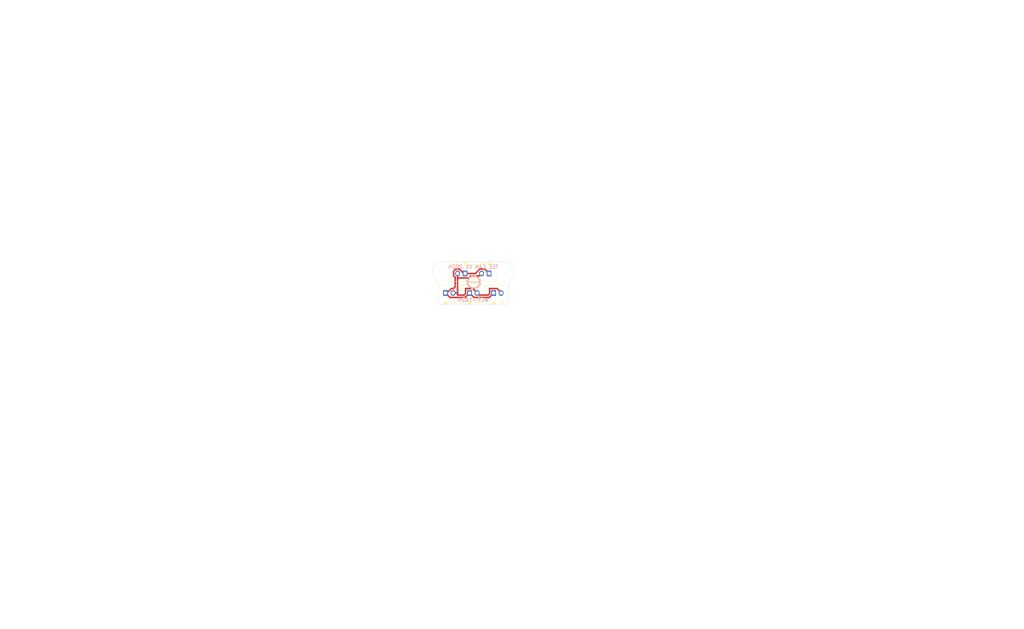
<source format=kicad_pcb>
(kicad_pcb (version 20240108) (generator "pcbnew") (generator_version "8.0")
  (title_block (title "TEE CAN (WCP-1824)") (date "2024-12-14") (rev "1"))
  (layers (0 "F.Cu" signal) (31 "B.Cu" signal) (34 "B.Paste" user) (35 "F.Paste" user) (36 "B.SilkS" user "B.Silkscreen") (37 "F.SilkS" user "F.Silkscreen") (38 "B.Mask" user) (39 "F.Mask" user) (44 "Edge.Cuts" user))
  (net 0 "")
  (net 1 "/CAN_L")
  (net 2 "/CAN_H")
  (footprint "TEE-CAN:70543-0001" (layer "F.Cu") (at 214.63 130.302 180)
    (property "Reference" "J5" (at 2.54 3.175 180) (layer "F.SilkS"))
    (property "Value" "CAN")
    (fp_line (start 5.08 4) (end 5.08 2.109879) (stroke (width 0.12)) (layer "F.SilkS"))
    (fp_line (start 5.08 -0.585879) (end 5.08 -2.667) (stroke (width 0.12)) (layer "F.SilkS"))
    (fp_line (start 5.08 -2.667) (end -2.54 -2.667) (stroke (width 0.12)) (layer "F.SilkS"))
    (fp_line (start -2.54 2.109879) (end -2.54 4) (stroke (width 0.12)) (layer "F.SilkS"))
    (fp_line (start -2.54 -2.667) (end -2.54 -0.585879) (stroke (width 0.12)) (layer "F.SilkS"))
    (fp_poly (pts (xy 0.762 3.683) (xy -0.762 3.683) (xy 0 2.921)) (stroke (width 0.2)) (fill solid) (layer "F.SilkS"))
    (pad "1" thru_hole rect (at 0 0 180) (size 1.6002 1.905) (drill 1.0922) (layers "*.Cu" "*.Mask") (net 1 "/CAN_L"))
    (pad "2" thru_hole oval (at 2.54 0 180) (size 1.6002 1.905) (drill 1.0922) (layers "*.Cu" "*.Mask") (net 2 "/CAN_H"))
  )
  (footprint "MountingHole:MountingHole_3.2mm_M3" (layer "F.Cu") (at 198.607847 129.643)
    (property "Reference" "H1" (hide yes))
    (property "Value" "MountingHole")
    (pad "" np_thru_hole circle (at 0 0) (size 3 3) (drill 3) (layers "F&B.Cu" "*.Mask"))
  )
  (footprint "TEE-CAN:70543-0001" (layer "F.Cu") (at 206.502 130.302 180)
    (property "Reference" "J4" (at 2.54 3.175 180) (layer "F.SilkS"))
    (property "Value" "CAN")
    (fp_line (start 5.08 4) (end 5.08 2.109879) (stroke (width 0.12)) (layer "F.SilkS"))
    (fp_line (start 5.08 -0.585879) (end 5.08 -2.667) (stroke (width 0.12)) (layer "F.SilkS"))
    (fp_line (start 5.08 -2.667) (end -2.54 -2.667) (stroke (width 0.12)) (layer "F.SilkS"))
    (fp_line (start -2.54 2.109879) (end -2.54 4) (stroke (width 0.12)) (layer "F.SilkS"))
    (fp_line (start -2.54 -2.667) (end -2.54 -0.585879) (stroke (width 0.12)) (layer "F.SilkS"))
    (fp_poly (pts (xy 0.762 3.683) (xy -0.762 3.683) (xy 0 2.921)) (stroke (width 0.2)) (fill solid) (layer "F.SilkS"))
    (pad "1" thru_hole rect (at 0 0 180) (size 1.6002 1.905) (drill 1.0922) (layers "*.Cu" "*.Mask") (net 1 "/CAN_L"))
    (pad "2" thru_hole oval (at 2.54 0 180) (size 1.6002 1.905) (drill 1.0922) (layers "*.Cu" "*.Mask") (net 2 "/CAN_H"))
  )
  (footprint "TEE-CAN:70543-0001" (layer "F.Cu") (at 208.026 136.906)
    (property "Reference" "J2" (at 2.54 3.175 0) (layer "F.SilkS"))
    (property "Value" "CAN")
    (fp_line (start -2.54 -2.667) (end -2.54 -0.585879) (stroke (width 0.12)) (layer "F.SilkS"))
    (fp_line (start -2.54 2.109879) (end -2.54 4) (stroke (width 0.12)) (layer "F.SilkS"))
    (fp_line (start 5.08 -2.667) (end -2.54 -2.667) (stroke (width 0.12)) (layer "F.SilkS"))
    (fp_line (start 5.08 -0.585879) (end 5.08 -2.667) (stroke (width 0.12)) (layer "F.SilkS"))
    (fp_line (start 5.08 4) (end 5.08 2.109879) (stroke (width 0.12)) (layer "F.SilkS"))
    (fp_poly (pts (xy 0.762 3.683) (xy -0.762 3.683) (xy 0 2.921)) (stroke (width 0.2)) (fill solid) (layer "F.SilkS"))
    (pad "1" thru_hole rect (at 0 0) (size 1.6002 1.905) (drill 1.0922) (layers "*.Cu" "*.Mask") (net 1 "/CAN_L"))
    (pad "2" thru_hole oval (at 2.54 0) (size 1.6002 1.905) (drill 1.0922) (layers "*.Cu" "*.Mask") (net 2 "/CAN_H"))
  )
  (footprint "TEE-CAN:70543-0001" (layer "F.Cu") (at 199.898 136.906)
    (property "Reference" "J1" (at 2.54 3.175 0) (layer "F.SilkS"))
    (property "Value" "CAN")
    (fp_line (start 5.08 -2.667) (end -2.54 -2.667) (stroke (width 0.12)) (layer "F.SilkS"))
    (fp_line (start 5.08 -0.585879) (end 5.08 -2.667) (stroke (width 0.12)) (layer "F.SilkS"))
    (fp_line (start 5.08 4) (end 5.08 2.109879) (stroke (width 0.12)) (layer "F.SilkS"))
    (fp_poly (pts (xy 0.762 3.683) (xy -0.762 3.683) (xy 0 2.921)) (stroke (width 0.2)) (fill solid) (layer "F.SilkS"))
    (pad "1" thru_hole rect (at 0 0) (size 1.6002 1.905) (drill 1.0922) (layers "*.Cu" "*.Mask") (net 1 "/CAN_L"))
    (pad "2" thru_hole oval (at 2.54 0) (size 1.6002 1.905) (drill 1.0922) (layers "*.Cu" "*.Mask") (net 2 "/CAN_H"))
  )
  (footprint "TEE-CAN:70543-0001" (layer "F.Cu") (at 216.154 136.906)
    (property "Reference" "J3" (at 2.54 3.175 0) (layer "F.SilkS"))
    (property "Value" "CAN")
    (fp_line (start -2.54 -2.667) (end -2.54 -0.585879) (stroke (width 0.12)) (layer "F.SilkS"))
    (fp_line (start -2.54 2.109879) (end -2.54 4) (stroke (width 0.12)) (layer "F.SilkS"))
    (fp_line (start 5.08 -2.667) (end -2.54 -2.667) (stroke (width 0.12)) (layer "F.SilkS"))
    (fp_poly (pts (xy 0.762 3.683) (xy -0.762 3.683) (xy 0 2.921)) (stroke (width 0.2)) (fill solid) (layer "F.SilkS"))
    (pad "1" thru_hole rect (at 0 0) (size 1.6002 1.905) (drill 1.0922) (layers "*.Cu" "*.Mask") (net 1 "/CAN_L"))
    (pad "2" thru_hole oval (at 2.54 0) (size 1.6002 1.905) (drill 1.0922) (layers "*.Cu" "*.Mask") (net 2 "/CAN_H"))
  )
  (footprint "MountingHole:MountingHole_3.2mm_M3" (layer "F.Cu") (at 220.002153 129.643)
    (property "Reference" "H2" (hide yes))
    (property "Value" "MountingHole")
    (pad "" np_thru_hole circle (at 0 0) (size 3 3) (drill 3) (layers "F&B.Cu" "*.Mask"))
  )
  (footprint "Logos:WCP-Logo_200" (layer "B.Cu") (at 209.423 133.223 180)
    (property "Reference" "G***" (hide yes))
    (property "Value" "LOGO" (hide yes))
    (fp_poly (pts (xy 0.893728 0.306822) (xy 0.93743 0.306639) (xy 0.986213 0.306364) (xy 1.039229 0.306) (xy 1.095633 0.305549) (xy 1.12268 0.305312) (xy 1.4605 0.30226) (xy 1.483134 0.28956) (xy 1.500108 0.277269) (xy 1.516215 0.261264) (xy 1.521234 0.254847) (xy 1.5367 0.232833) (xy 1.538343 0.102447) (xy 1.538786 0.058053) (xy 1.538755 0.022517) (xy 1.538068 -0.00546) (xy 1.536546 -0.027176) (xy 1.534009 -0.04393) (xy 1.530275 -0.057019) (xy 1.525164 -0.067743) (xy 1.518497 -0.077399) (xy 1.51234 -0.084751) (xy 1.504962 -0.09304) (xy 1.497983 -0.100051) (xy 1.490515 -0.10591) (xy 1.48167 -0.110741) (xy 1.470558 -0.114669) (xy 1.45629 -0.117818) (xy 1.437978 -0.120313) (xy 1.414733 -0.12228) (xy 1.385665 -0.123842) (xy 1.349886 -0.125126) (xy 1.306508 -0.126254) (xy 1.25464 -0.127353) (xy 1.20142 -0.128391) (xy 1.152112 -0.12939) (xy 1.10595 -0.130414) (xy 1.063917 -0.131435) (xy 1.026997 -0.132424) (xy 0.996175 -0.133353) (xy 0.972436 -0.134195) (xy 0.956763 -0.134921) (xy 0.950142 -0.135504) (xy 0.95 -0.135565) (xy 0.949189 -0.141085) (xy 0.948226 -0.155363) (xy 0.947172 -0.177002) (xy 0.946091 -0.2046) (xy 0.945044 -0.23676) (xy 0.944294 -0.263985) (xy 0.943275 -0.298946) (xy 0.942104 -0.330639) (xy 0.940855 -0.357615) (xy 0.9396 -0.378428) (xy 0.938414 -0.39163) (xy 0.937604 -0.395682) (xy 0.93165 -0.397542) (xy 0.917729 -0.399084) (xy 0.898033 -0.400276) (xy 0.874752 -0.401086) (xy 0.850076 -0.401484) (xy 0.826195 -0.401437) (xy 0.805299 -0.400915) (xy 0.789579 -0.399886) (xy 0.781225 -0.398318) (xy 0.780626 -0.397933) (xy 0.779967 -0.392339) (xy 0.779382 -0.377618) (xy 0.778871 -0.354773) (xy 0.778433 -0.324804) (xy 0.778067 -0.288715) (xy 0.777774 -0.247506) (xy 0.777551 -0.20218) (xy 0.7774 -0.153739) (xy 0.777318 -0.103184) (xy 0.777306 -0.051517) (xy 0.777363 0.000259) (xy 0.777489 0.051143) (xy 0.777678 0.099476) (xy 0.94488 0.099476) (xy 0.945072 0.071773) (xy 0.945604 0.04729) (xy 0.946404 0.028004) (xy 0.947401 0.015893) (xy 0.947963 0.013116) (xy 0.949628 0.011078) (xy 0.953522 0.009411) (xy 0.96057 0.00808) (xy 0.971696 0.007048) (xy 0.987826 0.006278) (xy 1.009884 0.005734) (xy 1.038794 0.005379) (xy 1.07548 0.005177) (xy 1.120869 0.005091) (xy 1.151394 0.00508) (xy 1.351741 0.00508) (xy 1.36421 0.01755) (xy 1.369524 0.023441) (xy 1.373067 0.029869) (xy 1.375196 0.038914) (xy 1.376269 0.052662) (xy 1.376642 0.073194) (xy 1.37668 0.090239) (xy 1.376332 0.119555) (xy 1.37484 0.140405) (xy 1.371529 0.15447) (xy 1.365723 0.163433) (xy 1.356748 0.168977) (xy 1.343928 0.172784) (xy 1.343523 0.172879) (xy 1.333904 0.17395) (xy 1.315402 0.174942) (xy 1.289298 0.175825) (xy 1.256868 0.17657) (xy 1.219393 0.177146) (xy 1.178149 0.177526) (xy 1.134415 0.177679) (xy 1.13411 0.177679) (xy 0.94488 0.1778) (xy 0.94488 0.099476) (xy 0.777678 0.099476) (xy 0.777681 0.100133) (xy 0.777941 0.146227) (xy 0.778268 0.188423) (xy 0.77866 0.22572) (xy 0.779118 0.257115) (xy 0.779641 0.281606) (xy 0.780227 0.298192) (xy 0.780877 0.305871) (xy 0.78105 0.306282) (xy 0.786652 0.306592) (xy 0.801568 0.306799) (xy 0.824951 0.306904) (xy 0.855953 0.306911)) (fill solid) (layer "B.SilkS"))
    (fp_poly (pts (xy 0.124691 0.304149) (xy 0.1778 0.303891) (xy 0.238923 0.303517) (xy 0.290727 0.303139) (xy 0.334054 0.302727) (xy 0.369743 0.30225) (xy 0.398637 0.30168) (xy 0.421576 0.300986) (xy 0.439401 0.300138) (xy 0.452953 0.299107) (xy 0.463073 0.297861) (xy 0.470602 0.296372) (xy 0.476382 0.29461) (xy 0.47999 0.293128) (xy 0.501209 0.28178) (xy 0.517538 0.268289) (xy 0.529731 0.251135) (xy 0.538545 0.228794) (xy 0.544734 0.199744) (xy 0.549054 0.162462) (xy 0.54989 0.152204) (xy 0.551654 0.126167) (xy 0.552762 0.103447) (xy 0.553143 0.086128) (xy 0.552728 0.076293) (xy 0.552475 0.075205) (xy 0.547251 0.071533) (xy 0.533889 0.067496) (xy 0.51178 0.062955) (xy 0.480316 0.057769) (xy 0.470201 0.056249) (xy 0.443008 0.052388) (xy 0.419521 0.049353) (xy 0.401496 0.047349) (xy 0.390688 0.046578) (xy 0.388388 0.046798) (xy 0.387244 0.052473) (xy 0.385814 0.066253) (xy 0.384278 0.086093) (xy 0.382814 0.109948) (xy 0.382762 0.110911) (xy 0.379438 0.17272) (xy 0.164319 0.17272) (xy -0.0508 0.17272) (xy -0.0508 -0.04318) (xy -0.0508 -0.25908) (xy 0.1651 -0.25908) (xy 0.381 -0.25908) (xy 0.381 -0.18796) (xy 0.381 -0.11684) (xy 0.39497 -0.116923) (xy 0.406015 -0.118058) (xy 0.423701 -0.121052) (xy 0.445847 -0.12541) (xy 0.470273 -0.130641) (xy 0.494802 -0.136253) (xy 0.517251 -0.141751) (xy 0.535444 -0.146645) (xy 0.547198 -0.15044) (xy 0.550309 -0.152037) (xy 0.551954 -0.159157) (xy 0.552485 -0.175583) (xy 0.551908 -0.200525) (xy 0.550226 -0.233192) (xy 0.549904 -0.238316) (xy 0.547776 -0.26954) (xy 0.545778 -0.29255) (xy 0.543561 -0.309284) (xy 0.540779 -0.321677) (xy 0.537082 -0.331664) (xy 0.532125 -0.341182) (xy 0.531139 -0.342882) (xy 0.518625 -0.359748) (xy 0.503 -0.375109) (xy 0.496814 -0.379741) (xy 0.487146 -0.385594) (xy 0.477408 -0.389707) (xy 0.465325 -0.392544) (xy 0.448626 -0.394565) (xy 0.425036 -0.396232) (xy 0.412005 -0.396967) (xy 0.390284 -0.397852) (xy 0.361274 -0.398596) (xy 0.326196 -0.399198) (xy 0.286271 -0.399662) (xy 0.24272 -0.39999) (xy 0.196764 -0.400185) (xy 0.149624 -0.400247) (xy 0.102521 -0.40018) (xy 0.056676 -0.399986) (xy 0.01331 -0.399667) (xy -0.026356 -0.399225) (xy -0.061102 -0.398662) (xy -0.089705 -0.397981) (xy -0.110945 -0.397185) (xy -0.123602 -0.396274) (xy -0.125494 -0.395988) (xy -0.158467 -0.38502) (xy -0.184623 -0.366617) (xy -0.203681 -0.341023) (xy -0.212296 -0.320114) (xy -0.214306 -0.31273) (xy -0.215983 -0.30406) (xy -0.217358 -0.293173) (xy -0.218459 -0.279145) (xy -0.219316 -0.261046) (xy -0.219956 -0.237949) (xy -0.22041 -0.208928) (xy -0.220705 -0.173054) (xy -0.220871 -0.1294) (xy -0.220938 -0.077039) (xy -0.220942 -0.04318) (xy -0.220909 0.014034) (xy -0.220809 0.062007) (xy -0.22061 0.101658) (xy -0.220282 0.133908) (xy -0.219792 0.159675) (xy -0.21911 0.179879) (xy -0.218205 0.195439) (xy -0.217045 0.207275) (xy -0.215599 0.216305) (xy -0.213836 0.22345) (xy -0.211724 0.229628) (xy -0.211667 0.229777) (xy -0.196584 0.25608) (xy -0.174313 0.278364) (xy -0.147587 0.294272) (xy -0.130406 0.299807) (xy -0.119469 0.30121) (xy -0.100573 0.302344) (xy -0.073395 0.303215) (xy -0.037605 0.303827) (xy 0.007121 0.304184) (xy 0.061111 0.30429)) (fill solid) (layer "B.SilkS"))
    (fp_poly (pts (xy -0.872222 0.309597) (xy -0.855764 0.308544) (xy -0.845371 0.306417) (xy -0.839 0.302913) (xy -0.837061 0.30099) (xy -0.833559 0.294539) (xy -0.826683 0.27967) (xy -0.816861 0.257385) (xy -0.804523 0.228688) (xy -0.790097 0.194583) (xy -0.774011 0.156072) (xy -0.756695 0.114159) (xy -0.74427 0.08382) (xy -0.722512 0.030526) (xy -0.704261 -0.014084) (xy -0.689191 -0.050736) (xy -0.676978 -0.080157) (xy -0.667296 -0.103071) (xy -0.659822 -0.120206) (xy -0.654229 -0.132287) (xy -0.650193 -0.140041) (xy -0.64739 -0.144193) (xy -0.645493 -0.145468) (xy -0.644179 -0.144595) (xy -0.643122 -0.142297) (xy -0.6431 -0.14224) (xy -0.640807 -0.136022) (xy -0.635377 -0.121261) (xy -0.627176 -0.098951) (xy -0.616567 -0.070086) (xy -0.603917 -0.035659) (xy -0.589591 0.003335) (xy -0.573954 0.045902) (xy -0.56096 0.08128) (xy -0.544561 0.125806) (xy -0.529154 0.167396) (xy -0.515106 0.205079) (xy -0.502783 0.237883) (xy -0.492552 0.264835) (xy -0.48478 0.284966) (xy -0.479832 0.297301) (xy -0.478153 0.300905) (xy -0.471655 0.302857) (xy -0.457405 0.304764) (xy -0.437812 0.306498) (xy -0.415284 0.307929) (xy -0.392229 0.308931) (xy -0.371056 0.309373) (xy -0.354173 0.309128) (xy -0.343987 0.308067) (xy -0.343983 0.308066) (xy -0.334962 0.304422) (xy -0.333347 0.297633) (xy -0.334979 0.290823) (xy -0.339011 0.278513) (xy -0.346189 0.258278) (xy -0.356151 0.231054) (xy -0.368533 0.197777) (xy -0.382975 0.159381) (xy -0.399114 0.116802) (xy -0.416589 0.070976) (xy -0.435037 0.022837) (xy -0.454096 -0.026678) (xy -0.473404 -0.076635) (xy -0.4926 -0.126098) (xy -0.511322 -0.174131) (xy -0.529206 -0.2198) (xy -0.545892 -0.262168) (xy -0.561017 -0.300301) (xy -0.57422 -0.333264) (xy -0.585138 -0.36012) (xy -0.59341 -0.379934) (xy -0.598673 -0.391771) (xy -0.60028 -0.394711) (xy -0.607916 -0.397899) (xy -0.622913 -0.400114) (xy -0.64255 -0.401352) (xy -0.664102 -0.401606) (xy -0.684847 -0.40087) (xy -0.70206 -0.399138) (xy -0.71302 -0.396403) (xy -0.71509 -0.39497) (xy -0.71804 -0.389017) (xy -0.724335 -0.374654) (xy -0.733549 -0.352903) (xy -0.745257 -0.324789) (xy -0.759035 -0.291335) (xy -0.774456 -0.253565) (xy -0.791096 -0.212503) (xy -0.798943 -0.19304) (xy -0.816481 -0.149558) (xy -0.833386 -0.107825) (xy -0.849161 -0.069052) (xy -0.863311 -0.034451) (xy -0.875339 -0.005232) (xy -0.88475 0.017393) (xy -0.891048 0.032212) (xy -0.8924 0.035274) (xy -0.907138 0.068008) (xy -1.00363 -0.165386) (xy -1.100121 -0.39878) (xy -1.158775 -0.400203) (xy -1.21743 -0.401627) (xy -1.223883 -0.387503) (xy -1.22749 -0.378817) (xy -1.234183 -0.361901) (xy -1.243613 -0.337679) (xy -1.255428 -0.307073) (xy -1.269279 -0.271009) (xy -1.284817 -0.230409) (xy -1.301689 -0.186197) (xy -1.319548 -0.139298) (xy -1.338042 -0.090635) (xy -1.356821 -0.041132) (xy -1.375536 0.008288) (xy -1.393836 0.056701) (xy -1.411372 0.103182) (xy -1.427792 0.146808) (xy -1.442748 0.186656) (xy -1.455889 0.221801) (xy -1.466865 0.25132) (xy -1.475325 0.274289) (xy -1.480921 0.289785) (xy -1.483301 0.296882) (xy -1.48336 0.297199) (xy -1.478529 0.300732) (xy -1.465022 0.303907) (xy -1.444324 0.306563) (xy -1.417917 0.308538) (xy -1.387285 0.309671) (xy -1.36664 0.30988) (xy -1.346073 0.30951) (xy -1.332916 0.307973) (xy -1.32443 0.304634) (xy -1.317879 0.298855) (xy -1.317517 0.29845) (xy -1.313281 0.290995) (xy -1.306051 0.27525) (xy -1.296337 0.252458) (xy -1.284655 0.223865) (xy -1.271516 0.190715) (xy -1.257434 0.154253) (xy -1.249993 0.13462) (xy -1.22733 0.074522) (xy -1.20794 0.023307) (xy -1.191564 -0.019669) (xy -1.177942 -0.055048) (xy -1.166817 -0.083474) (xy -1.157929 -0.105591) (xy -1.151019 -0.122041) (xy -1.145829 -0.133468) (xy -1.1421 -0.140516) (xy -1.139573 -0.143828) (xy -1.13799 -0.144047) (xy -1.137925 -0.143983) (xy -1.135277 -0.138525) (xy -1.129264 -0.124582) (xy -1.120276 -0.103105) (xy -1.108707 -0.075048) (xy -1.094945 -0.041364) (xy -1.079384 -0.003007) (xy -1.062414 0.03907) (xy -1.046497 0.07874) (xy -1.02856 0.123412) (xy -1.011642 0.165282) (xy -0.99614 0.203386) (xy -0.98245 0.236758) (xy -0.970973 0.264433) (xy -0.962104 0.285446) (xy -0.956242 0.298831) (xy -0.953888 0.30353) (xy -0.946212 0.306921) (xy -0.929482 0.309013) (xy -0.903226 0.309857) (xy -0.896786 0.30988)) (fill solid) (layer "B.SilkS"))
    (fp_poly (pts (xy 0.424527 2.538947) (xy 0.448933 2.53596) (xy 0.480475 2.530478) (xy 0.517885 2.522807) (xy 0.559894 2.513252) (xy 0.605233 2.502117) (xy 0.652634 2.489709) (xy 0.700828 2.476333) (xy 0.748546 2.462293) (xy 0.79452 2.447896) (xy 0.813093 2.441786) (xy 0.92202 2.40538) (xy 0.92273 2.193216) (xy 0.922987 2.137936) (xy 0.923372 2.092078) (xy 0.923908 2.054906) (xy 0.924619 2.025683) (xy 0.925529 2.003671) (xy 0.926661 1.988134) (xy 0.92804 1.978334) (xy 0.92969 1.973536) (xy 0.929841 1.973338) (xy 0.936821 1.967947) (xy 0.950741 1.959347) (xy 0.969432 1.948822) (xy 0.986178 1.939974) (xy 1.005519 1.929572) (xy 1.03138 1.91498) (xy 1.061677 1.897413) (xy 1.094325 1.878083) (xy 1.127241 1.858204) (xy 1.138599 1.851242) (xy 1.167617 1.833492) (xy 1.193823 1.817673) (xy 1.215961 1.804527) (xy 1.232777 1.794793) (xy 1.243015 1.789212) (xy 1.24553 1.78816) (xy 1.250743 1.790661) (xy 1.263734 1.797795) (xy 1.283543 1.809011) (xy 1.309211 1.823756) (xy 1.339779 1.841478) (xy 1.374288 1.861626) (xy 1.411778 1.883647) (xy 1.423723 1.89069) (xy 1.462257 1.913316) (xy 1.4984 1.934322) (xy 1.531142 1.953138) (xy 1.559475 1.969192) (xy 1.582389 1.981915) (xy 1.598874 1.990735) (xy 1.607922 1.995082) (xy 1.608979 1.995419) (xy 1.615998 1.994693) (xy 1.626076 1.989994) (xy 1.639855 1.980809) (xy 1.657979 1.966626) (xy 1.68109 1.946931) (xy 1.709831 1.921212) (xy 1.744846 1.888956) (xy 1.758645 1.876081) (xy 1.791321 1.844948) (xy 1.824195 1.812587) (xy 1.856451 1.779892) (xy 1.887272 1.74776) (xy 1.915838 1.717086) (xy 1.941335 1.688764) (xy 1.962942 1.663691) (xy 1.979845 1.642762) (xy 1.991224 1.626872) (xy 1.996263 1.616917) (xy 1.99644 1.615611) (xy 1.993946 1.609156) (xy 1.986833 1.594957) (xy 1.975652 1.574011) (xy 1.960957 1.54732) (xy 1.9433 1.515883) (xy 1.923232 1.480701) (xy 1.901307 1.442772) (xy 1.89484 1.431676) (xy 1.872485 1.393137) (xy 1.851833 1.357047) (xy 1.833435 1.324408) (xy 1.817845 1.296222) (xy 1.805614 1.273492) (xy 1.797296 1.257219) (xy 1.793443 1.248405) (xy 1.79324 1.247407) (xy 1.795682 1.240963) (xy 1.802541 1.226997) (xy 1.81311 1.206759) (xy 1.826686 1.181502) (xy 1.842563 1.152477) (xy 1.860036 1.120937) (xy 1.878402 1.088134) (xy 1.896954 1.05532) (xy 1.914989 1.023746) (xy 1.931802 0.994665) (xy 1.946688 0.969328) (xy 1.958941 0.948989) (xy 1.967858 0.934898) (xy 1.972734 0.928307) (xy 1.972974 0.928107) (xy 1.979153 0.927295) (xy 1.994368 0.926705) (xy 2.017498 0.926342) (xy 2.04742 0.926208) (xy 2.083013 0.926308) (xy 2.123156 0.926644) (xy 2.166727 0.927222) (xy 2.179788 0.927434) (xy 2.224384 0.9281) (xy 2.266084 0.928554) (xy 2.303729 0.928795) (xy 2.336161 0.928825) (xy 2.362221 0.928642) (xy 2.380752 0.928247) (xy 2.390594 0.92764) (xy 2.391607 0.927441) (xy 2.39941 0.920339) (xy 2.408949 0.903701) (xy 2.420073 0.877975) (xy 2.432632 0.843608) (xy 2.446475 0.801048) (xy 2.461451 0.750741) (xy 2.477409 0.693136) (xy 2.494198 0.628679) (xy 2.499536 0.607425) (xy 2.512722 0.553453) (xy 2.523101 0.508554) (xy 2.53078 0.472066) (xy 2.535868 0.443332) (xy 2.538475 0.42169) (xy 2.538708 0.406482) (xy 2.536677 0.397046) (xy 2.534676 0.394118) (xy 2.528727 0.390113) (xy 2.514921 0.381721) (xy 2.494263 0.369528) (xy 2.467759 0.354116) (xy 2.436413 0.336069) (xy 2.40123 0.31597) (xy 2.363215 0.294404) (xy 2.35458 0.289525) (xy 2.316246 0.26779) (xy 2.280676 0.247445) (xy 2.248849 0.229063) (xy 2.221743 0.213217) (xy 2.200337 0.20048) (xy 2.185609 0.191425) (xy 2.178537 0.186624) (xy 2.178092 0.186175) (xy 2.177267 0.17992) (xy 2.176569 0.164674) (xy 2.176016 0.141602) (xy 2.175621 0.111874) (xy 2.175401 0.076656) (xy 2.17537 0.037116) (xy 2.175544 -0.005578) (xy 2.175552 -0.006808) (xy 2.17678 -0.193957) (xy 2.354516 -0.294605) (xy 2.393469 -0.316785) (xy 2.429715 -0.337657) (xy 2.462282 -0.356645) (xy 2.490199 -0.373171) (xy 2.512492 -0.386659) (xy 2.52819 -0.39653) (xy 2.536321 -0.402207) (xy 2.537184 -0.403071) (xy 2.538178 -0.411447) (xy 2.536703 -0.42871) (xy 2.532926 -0.453936) (xy 2.527016 -0.486202) (xy 2.519142 -0.524582) (xy 2.509472 -0.568153) (xy 2.49877 -0.613538) (xy 2.493382 -0.634378) (xy 2.485874 -0.661424) (xy 2.476749 -0.693046) (xy 2.466507 -0.727619) (xy 2.455649 -0.763513) (xy 2.444677 -0.799102) (xy 2.43409 -0.832757) (xy 2.424391 -0.862851) (xy 2.41608 -0.887756) (xy 2.409657 -0.905844) (xy 2.406175 -0.9144) (xy 2.400137 -0.9271) (xy 2.19192 -0.927346) (xy 2.146639 -0.927477) (xy 2.104338 -0.927748) (xy 2.066137 -0.928141) (xy 2.033159 -0.928638) (xy 2.006523 -0.929221) (xy 1.987351 -0.929871) (xy 1.976765 -0.930571) (xy 1.975176 -0.930864) (xy 1.969817 -0.936413) (xy 1.961131 -0.949313) (xy 1.950224 -0.967769) (xy 1.9382 -0.989989) (xy 1.935416 -0.995398) (xy 1.922603 -1.019672) (xy 1.905953 -1.049946) (xy 1.88696 -1.083574) (xy 1.867119 -1.117907) (xy 1.848711 -1.148989) (xy 1.832159 -1.177042) (xy 1.817575 -1.202721) (xy 1.805744 -1.224565) (xy 1.797449 -1.241116) (xy 1.793473 -1.250915) (xy 1.79324 -1.252314) (xy 1.794554 -1.257016) (xy 1.798674 -1.266088) (xy 1.805862 -1.279988) (xy 1.816382 -1.299175) (xy 1.830498 -1.324107) (xy 1.848471 -1.355243) (xy 1.870567 -1.39304) (xy 1.897048 -1.437958) (xy 1.928177 -1.490455) (xy 1.964218 -1.55099) (xy 1.980116 -1.577635) (xy 1.990037 -1.594822) (xy 1.997516 -1.608859) (xy 2.001295 -1.617347) (xy 2.00152 -1.618437) (xy 1.998177 -1.624625) (xy 1.988712 -1.63723) (xy 1.973964 -1.655274) (xy 1.954775 -1.677776) (xy 1.931987 -1.703758) (xy 1.906439 -1.732239) (xy 1.878975 -1.762241) (xy 1.866306 -1.775879) (xy 1.836342 -1.806951) (xy 1.800907 -1.84203) (xy 1.762356 -1.878903) (xy 1.723046 -1.915358) (xy 1.685333 -1.949184) (xy 1.651575 -1.978169) (xy 1.645025 -1.983584) (xy 1.61619 -2.007226) (xy 1.535805 -1.960503) (xy 1.505222 -1.942673) (xy 1.468962 -1.921448) (xy 1.43008 -1.898621) (xy 1.391634 -1.875988) (xy 1.357875 -1.85605) (xy 1.323792 -1.836255) (xy 1.294688 -1.820117) (xy 1.271467 -1.808104) (xy 1.255032 -1.800685) (xy 1.246579 -1.79832) (xy 1.236414 -1.801153) (xy 1.219167 -1.809239) (xy 1.196045 -1.821951) (xy 1.168256 -1.838667) (xy 1.166769 -1.839595) (xy 1.100404 -1.879845) (xy 1.032171 -1.918991) (xy 0.966541 -1.954479) (xy 0.957354 -1.959247) (xy 0.921569 -1.977713) (xy 0.923693 -2.189748) (xy 0.925816 -2.401782) (xy 0.913758 -2.409678) (xy 0.899732 -2.416819) (xy 0.877132 -2.42582) (xy 0.847295 -2.436303) (xy 0.811558 -2.447893) (xy 0.771259 -2.460214) (xy 0.727734 -2.472889) (xy 0.68232 -2.485542) (xy 0.636355 -2.497797) (xy 0.591175 -2.509277) (xy 0.548118 -2.519606) (xy 0.508521 -2.528408) (xy 0.47372 -2.535307) (xy 0.457403 -2.538107) (xy 0.432412 -2.541917) (xy 0.415501 -2.543919) (xy 0.40476 -2.544163) (xy 0.398281 -2.542696) (xy 0.394299 -2.539728) (xy 0.390377 -2.533783) (xy 0.3821 -2.519954) (xy 0.370043 -2.499241) (xy 0.354778 -2.472644) (xy 0.336879 -2.441165) (xy 0.31692 -2.405804) (xy 0.295474 -2.367562) (xy 0.289641 -2.35712) (xy 0.267969 -2.31845) (xy 0.247675 -2.28255) (xy 0.229325 -2.250394) (xy 0.213482 -2.222957) (xy 0.20071 -2.201213) (xy 0.191572 -2.186138) (xy 0.186633 -2.178705) (xy 0.186081 -2.178127) (xy 0.179824 -2.177261) (xy 0.164827 -2.176504) (xy 0.142508 -2.175858) (xy 0.114287 -2.175328) (xy 0.081583 -2.174916) (xy 0.045815 -2.174627) (xy 0.008402 -2.174463) (xy -0.029237 -2.174429) (xy -0.065682 -2.174527) (xy -0.099515 -2.174761) (xy -0.129316 -2.175134) (xy -0.153667 -2.175651) (xy -0.171148 -2.176314) (xy -0.18034 -2.177126) (xy -0.180825 -2.177236) (xy -0.1853 -2.180876) (xy -0.192626 -2.190432) (xy -0.203098 -2.206388) (xy -0.217007 -2.22923) (xy -0.234647 -2.259444) (xy -0.256311 -2.297515) (xy -0.282292 -2.343929) (xy -0.292585 -2.362461) (xy -0.3937 -2.544828) (xy -0.41148 -2.544494) (xy -0.421884 -2.54331) (xy -0.440332 -2.54021) (xy -0.464967 -2.535547) (xy -0.493931 -2.529673) (xy -0.525364 -2.522943) (xy -0.52832 -2.522292) (xy -0.611922 -2.503224) (xy -0.685951 -2.485019) (xy -0.750943 -2.467525) (xy -0.807434 -2.45059) (xy -0.85596 -2.434059) (xy -0.897057 -2.41778) (xy -0.90219 -2.415539) (xy -0.931266 -2.40268) (xy -0.927911 -2.19829) (xy -0.927096 -2.144305) (xy -0.926591 -2.099656) (xy -0.926409 -2.063522) (xy -0.926561 -2.035082) (xy -0.927058 -2.013516) (xy -0.927912 -1.998004) (xy -0.929134 -1.987726) (xy -0.930735 -1.981861) (xy -0.930915 -1.981487) (xy -0.938819 -1.973232) (xy -0.955987 -1.96129) (xy -0.982476 -1.945624) (xy -1.013467 -1.928768) (xy -1.046666 -1.910713) (xy -1.084082 -1.889568) (xy -1.121601 -1.867704) (xy -1.155108 -1.847491) (xy -1.161827 -1.843317) (xy -1.186372 -1.828072) (xy -1.20831 -1.814654) (xy -1.226024 -1.804033) (xy -1.2379 -1.797181) (xy -1.241888 -1.795143) (xy -1.248298 -1.796914) (xy -1.262864 -1.803698) (xy -1.28507 -1.815215) (xy -1.3144 -1.831185) (xy -1.350338 -1.851327) (xy -1.392368 -1.875363) (xy -1.42936 -1.896816) (xy -1.468445 -1.919488) (xy -1.505006 -1.940472) (xy -1.538072 -1.959225) (xy -1.566668 -1.975207) (xy -1.589822 -1.987876) (xy -1.606561 -1.996689) (xy -1.615912 -2.001106) (xy -1.617372 -2.00152) (xy -1.624939 -1.997986) (xy -1.638665 -1.987937) (xy -1.657685 -1.972195) (xy -1.681136 -1.951586) (xy -1.708153 -1.926934) (xy -1.737871 -1.899063) (xy -1.769426 -1.868798) (xy -1.801954 -1.836963) (xy -1.834588 -1.804383) (xy -1.866466 -1.771882) (xy -1.896723 -1.740285) (xy -1.924493 -1.710416) (xy -1.936208 -1.697468) (xy -1.956489 -1.674592) (xy -1.974205 -1.654159) (xy -1.988309 -1.637412) (xy -1.997756 -1.625595) (xy -2.001499 -1.619954) (xy -2.001521 -1.619807) (xy -1.999023 -1.614531) (xy -1.991896 -1.601466) (xy -1.980684 -1.581565) (xy -1.965935 -1.555781) (xy -1.948194 -1.525066) (xy -1.928008 -1.490375) (xy -1.905924 -1.452659) (xy -1.897381 -1.438129) (xy -1.874666 -1.399268) (xy -1.85366 -1.36281) (xy -1.834913 -1.329751) (xy -1.818978 -1.301086) (xy -1.806405 -1.27781) (xy -1.797746 -1.260921) (xy -1.793552 -1.251413) (xy -1.793241 -1.250019) (xy -1.79585 -1.242106) (xy -1.803067 -1.227357) (xy -1.813978 -1.207462) (xy -1.827666 -1.184112) (xy -1.838302 -1.166788) (xy -1.85719 -1.135936) (xy -1.877204 -1.102107) (xy -1.897348 -1.067093) (xy -1.916623 -1.032689) (xy -1.934031 -1.000687) (xy -1.948574 -0.972881) (xy -1.959253 -0.951065) (xy -1.962712 -0.943252) (xy -1.970522 -0.92456) (xy -2.015231 -0.924801) (xy -2.031532 -0.924998) (xy -2.056323 -0.92544) (xy -2.087938 -0.926091) (xy -2.124709 -0.926913) (xy -2.164972 -0.927872) (xy -2.207059 -0.928929) (xy -2.22464 -0.929388) (xy -2.264742 -0.930367) (xy -2.301712 -0.931117) (xy -2.334295 -0.931626) (xy -2.361232 -0.931879) (xy -2.381267 -0.931862) (xy -2.393144 -0.931563) (xy -2.395812 -0.931249) (xy -2.40106 -0.924997) (xy -2.40851 -0.910111) (xy -2.417759 -0.887777) (xy -2.428405 -0.859182) (xy -2.440045 -0.82551) (xy -2.452275 -0.78795) (xy -2.464693 -0.747686) (xy -2.476897 -0.705906) (xy -2.488482 -0.663795) (xy -2.494511 -0.640663) (xy -2.502093 -0.609341) (xy -2.50957 -0.575572) (xy -2.516683 -0.54086) (xy -2.523172 -0.506703) (xy -2.528778 -0.474605) (xy -2.533242 -0.446064) (xy -2.536305 -0.422583) (xy -2.537707 -0.405663) (xy -2.537188 -0.396804) (xy -2.536767 -0.396061) (xy -2.531497 -0.392675) (xy -2.518345 -0.38489) (xy -2.498294 -0.373269) (xy -2.472326 -0.358375) (xy -2.441426 -0.340773) (xy -2.406576 -0.321026) (xy -2.36876 -0.299696) (xy -2.35966 -0.294578) (xy -2.321165 -0.272864) (xy -2.285306 -0.252501) (xy -2.253086 -0.234066) (xy -2.225507 -0.218141) (xy -2.203571 -0.205304) (xy -2.188281 -0.196136) (xy -2.18064 -0.191215) (xy -2.180087 -0.190762) (xy -2.178234 -0.187156) (xy -2.17674 -0.179745) (xy -2.175575 -0.167634) (xy -2.174709 -0.149928) (xy -2.174113 -0.125731) (xy -2.173755 -0.09415) (xy -2.173605 -0.054288) (xy -2.173635 -0.005252) (xy -2.173636 -0.004557) (xy -1.762237 -0.004557) (xy -1.756158 -0.140847) (xy -1.74255 -0.26416) (xy -1.719184 -0.394888) (xy -1.686435 -0.521875) (xy -1.644456 -0.644882) (xy -1.593398 -0.763674) (xy -1.533417 -0.878012) (xy -1.464663 -0.987659) (xy -1.387291 -1.092379) (xy -1.301453 -1.191934) (xy -1.207301 -1.286087) (xy -1.10499 -1.3746) (xy -0.994672 -1.457238) (xy -0.956417 -1.483257) (xy -0.844234 -1.551774) (xy -0.728429 -1.610808) (xy -0.609139 -1.660314) (xy -0.486498 -1.700249) (xy -0.360644 -1.730568) (xy -0.231712 -1.751228) (xy -0.099841 -1.762183) (xy -0.09398 -1.762441) (xy -0.063458 -1.76356) (xy -0.033903 -1.764331) (xy -0.007974 -1.764704) (xy 0.01167 -1.764634) (xy 0.01778 -1.764443) (xy 0.035243 -1.763656) (xy 0.05949 -1.76262) (xy 0.087154 -1.761477) (xy 0.11176 -1.760489) (xy 0.194488 -1.754479) (xy 0.281845 -1.7431) (xy 0.370233 -1.726947) (xy 0.456053 -1.706612) (xy 0.482698 -1.69923) (xy 0.609295 -1.657629) (xy 0.731201 -1.60724) (xy 0.848071 -1.54845) (xy 0.95956 -1.481647) (xy 1.065325 -1.407219) (xy 1.165018 -1.325553) (xy 1.258296 -1.237037) (xy 1.344814 -1.142058) (xy 1.424226 -1.041005) (xy 1.496187 -0.934265) (xy 1.560353 -0.822226) (xy 1.616378 -0.705274) (xy 1.663917 -0.583799) (xy 1.702626 -0.458186) (xy 1.73216 -0.328825) (xy 1.739564 -0.28702) (xy 1.748629 -0.220453) (xy 1.755227 -0.147315) (xy 1.759291 -0.070442) (xy 1.760757 0.007333) (xy 1.759561 0.083173) (xy 1.755636 0.154243) (xy 1.750803 0.2032) (xy 1.72948 0.337322) (xy 1.698702 0.467939) (xy 1.658667 0.594713) (xy 1.609576 0.717304) (xy 1.551627 0.835375) (xy 1.485019 0.948586) (xy 1.409951 1.056599) (xy 1.326622 1.159074) (xy 1.235232 1.255674) (xy 1.135979 1.346058) (xy 1.030728 1.428677) (xy 0.922157 1.501606) (xy 0.808729 1.565937) (xy 0.691092 1.621482) (xy 0.56989 1.668051) (xy 0.445769 1.705456) (xy 0.319376 1.733507) (xy 0.191356 1.752014) (xy 0.062356 1.76079) (xy -0.06698 1.759644) (xy -0.09398 1.758134) (xy -0.230607 1.745101) (xy -0.361537 1.723803) (xy -0.487204 1.694075) (xy -0.60804 1.655757) (xy -0.724479 1.608684) (xy -0.836952 1.552695) (xy -0.945893 1.487626) (xy -1.051735 1.413316) (xy -1.08966 1.383873) (xy -1.118889 1.359323) (xy -1.152964 1.328601) (xy -1.190248 1.293354) (xy -1.229101 1.255232) (xy -1.267887 1.215883) (xy -1.304967 1.176955) (xy -1.338702 1.140097) (xy -1.367454 1.106957) (xy -1.379527 1.0922) (xy -1.460724 0.982657) (xy -1.532293 0.869883) (xy -1.594217 0.753943) (xy -1.646478 0.634902) (xy -1.689059 0.512824) (xy -1.721943 0.387775) (xy -1.745112 0.259818) (xy -1.758549 0.129019) (xy -1.762237 -0.004557) (xy -2.173636 -0.004557) (xy -2.173646 0.000171) (xy -2.173796 0.042403) (xy -2.17404 0.08134) (xy -2.174364 0.115836) (xy -2.174752 0.144745) (xy -2.175188 0.166919) (xy -2.175658 0.181212) (xy -2.17614 0.186473) (xy -2.180906 0.189381) (xy -2.193475 0.196675) (xy -2.212799 0.207757) (xy -2.237827 0.222028) (xy -2.267511 0.23889) (xy -2.300801 0.257743) (xy -2.324821 0.271316) (xy -2.361735 0.292208) (xy -2.397312 0.312443) (xy -2.43019 0.331239) (xy -2.459005 0.347811) (xy -2.482392 0.361378) (xy -2.498987 0.371155) (xy -2.50444 0.374456) (xy -2.53746 0.394837) (xy -2.53638 0.424749) (xy -2.534055 0.44957) (xy -2.52879 0.482534) (xy -2.520953 0.522176) (xy -2.510914 0.567034) (xy -2.499043 0.615643) (xy -2.485708 0.666541) (xy -2.471278 0.718263) (xy -2.456123 0.769346) (xy -2.440612 0.818327) (xy -2.426963 0.85852) (xy -2.404588 0.92202) (xy -2.188231 0.923345) (xy -1.971875 0.924669) (xy -1.93909 0.986845) (xy -1.926168 1.010672) (xy -1.909346 1.040682) (xy -1.890042 1.074403) (xy -1.869673 1.10936) (xy -1.849658 1.14308) (xy -1.846727 1.147957) (xy -1.826147 1.18252) (xy -1.810728 1.20937) (xy -1.800063 1.229293) (xy -1.793749 1.243077) (xy -1.791379 1.251508) (xy -1.791845 1.254637) (xy -1.808339 1.282097) (xy -1.826968 1.313562) (xy -1.847117 1.347947) (xy -1.868166 1.384169) (xy -1.889498 1.421143) (xy -1.910497 1.457784) (xy -1.930543 1.493009) (xy -1.94902 1.525733) (xy -1.96531 1.554873) (xy -1.978796 1.579342) (xy -1.98886 1.598058) (xy -1.994884 1.609937) (xy -1.996382 1.613754) (xy -1.99296 1.62175) (xy -1.983319 1.636022) (xy -1.968316 1.655551) (xy -1.948803 1.67932) (xy -1.925637 1.706309) (xy -1.89967 1.735501) (xy -1.871757 1.765876) (xy -1.845538 1.793532) (xy -1.825722 1.813615) (xy -1.801915 1.836956) (xy -1.775423 1.86235) (xy -1.747552 1.888594) (xy -1.71961 1.914482) (xy -1.692902 1.938811) (xy -1.668735 1.960375) (xy -1.648417 1.97797) (xy -1.633252 1.990391) (xy -1.627101 1.994907) (xy -1.623535 1.996754) (xy -1.619163 1.997314) (xy -1.613006 1.996104) (xy -1.604084 1.99264) (xy -1.591418 1.986442) (xy -1.574029 1.977026) (xy -1.550938 1.963909) (xy -1.521164 1.94661) (xy -1.48373 1.924646) (xy -1.479781 1.922323) (xy -1.443525 1.900972) (xy -1.407836 1.879905) (xy -1.37428 1.86005) (xy -1.344421 1.842336) (xy -1.319825 1.82769) (xy -1.302057 1.817039) (xy -1.299032 1.81521) (xy -1.279566 1.803847) (xy -1.262762 1.794836) (xy -1.250839 1.789324) (xy -1.246683 1.788161) (xy -1.238817 1.790876) (xy -1.225553 1.798003) (xy -1.209734 1.80801) (xy -1.20943 1.808216) (xy -1.176613 1.829662) (xy -1.137338 1.853973) (xy -1.094285 1.879569) (xy -1.050132 1.904868) (xy -1.007558 1.928291) (xy -0.991138 1.937008) (xy -0.923095 1.972683) (xy -0.926516 2.181412) (xy -0.927158 2.227023) (xy -0.927548 2.269431) (xy -0.927694 2.307547) (xy -0.927599 2.340284) (xy -0.927268 2.366555) (xy -0.926706 2.385271) (xy -0.925919 2.395346) (xy -0.925547 2.396704) (xy -0.91741 2.402959) (xy -0.900589 2.411284) (xy -0.876259 2.421284) (xy -0.845595 2.432567) (xy -0.809769 2.444739) (xy -0.769957 2.457408) (xy -0.727333 2.47018) (xy -0.68307 2.482661) (xy -0.638342 2.494459) (xy -0.61976 2.499102) (xy -0.584235 2.507482) (xy -0.547988 2.515425) (xy -0.512533 2.52266) (xy -0.479383 2.528914) (xy -0.450052 2.533914) (xy -0.426052 2.537389) (xy -0.408897 2.539065) (xy -0.400101 2.53867) (xy -0.400063 2.538656) (xy -0.395988 2.533714) (xy -0.387574 2.520853) (xy -0.375398 2.501043) (xy -0.360036 2.475255) (xy -0.342066 2.444462) (xy -0.322065 2.409634) (xy -0.300609 2.371743) (xy -0.294774 2.361351) (xy -0.273009 2.322638) (xy -0.252588 2.28655) (xy -0.234085 2.254085) (xy -0.218078 2.226246) (xy -0.205142 2.204031) (xy -0.195854 2.188442) (xy -0.190787 2.180478) (xy -0.190248 2.179796) (xy -0.186922 2.177882) (xy -0.180335 2.176346) (xy -0.169552 2.175157) (xy -0.153641 2.174283) (xy -0.131668 2.173692) (xy -0.102701 2.173354) (xy -0.065807 2.173237) (xy -0.020052 2.17331) (xy 0.000491 2.173383) (xy 0.042737 2.17363) (xy 0.081726 2.174009) (xy 0.116304 2.174497) (xy 0.145316 2.175071) (xy 0.167608 2.175708) (xy 0.182025 2.176387) (xy 0.187401 2.177069) (xy 0.19048 2.181988) (xy 0.198031 2.194789) (xy 0.209506 2.214524) (xy 0.224356 2.240241) (xy 0.242034 2.270991) (xy 0.261991 2.305824) (xy 0.28368 2.34379) (xy 0.292205 2.358741) (xy 0.317694 2.403392) (xy 0.338721 2.43999) (xy 0.355802 2.469336) (xy 0.369454 2.492234) (xy 0.380194 2.509484) (xy 0.388541 2.52189) (xy 0.395011 2.530253) (xy 0.400121 2.535376) (xy 0.404389 2.538061) (xy 0.408332 2.53911) (xy 0.408527 2.539133)) (fill solid) (layer "B.SilkS"))
  )
  (gr_arc (start 220.002147 126.3805) (mid 222.924948 128.193468) (end 222.599357 131.617446) (stroke (width 0.0762)) (layer "Edge.Cuts"))
  (gr_arc (start 198.12 140.843) (mid 197.670987 140.657013) (end 197.485 140.208) (stroke (width 0.0762)) (layer "Edge.Cuts"))
  (gr_arc (start 221.125 135.99302) (mid 221.503497 133.684375) (end 222.599357 131.617446) (stroke (width 0.0762)) (layer "Edge.Cuts"))
  (gr_arc (start 221.125 140.208) (mid 220.939013 140.657013) (end 220.49 140.843) (stroke (width 0.0762)) (layer "Edge.Cuts"))
  (gr_line (start 197.485 135.993003) (end 197.485 140.208) (stroke (width 0.0762)) (layer "Edge.Cuts"))
  (gr_line (start 221.125 140.208) (end 221.125 135.99302) (stroke (width 0.0762)) (layer "Edge.Cuts"))
  (gr_arc (start 196.010643 131.617446) (mid 197.106504 133.684366) (end 197.485 135.993003) (stroke (width 0.0762)) (layer "Edge.Cuts"))
  (gr_arc (start 196.010643 131.617446) (mid 195.685046 128.19347) (end 198.607847 126.380501) (stroke (width 0.0762)) (layer "Edge.Cuts"))
  (gr_line (start 198.12 140.843) (end 220.49 140.843) (stroke (width 0.0762)) (layer "Edge.Cuts"))
  (gr_line (start 220.002147 126.3805) (end 198.607847 126.3805) (stroke (width 0.0762)) (layer "Edge.Cuts"))
  (gr_text "WCP-1824" (at 209.305 139.954 0) (layer "B.SilkS") (effects (font (size 1.27 1.27) (thickness 0.254) (bold yes)) (justify bottom mirror)))
  (gr_text "TEE CAN V1 2024" (at 209.305 128.778 0) (layer "B.SilkS") (effects (font (size 1.27 1.27) (thickness 0.254) (bold yes)) (justify bottom mirror)))
  (segment (start 201.4093 138.4173) (end 206.5147 138.4173) (width 0.508) (layer "F.Cu") (net 1))
  (segment (start 210.015825 130.302) (end 206.502 130.302) (width 0.508) (layer "F.Cu") (net 1))
  (segment (start 204.524875 128.7907) (end 203.399125 128.7907) (width 0.508) (layer "F.Cu") (net 1))
  (segment (start 206.036175 130.302) (end 204.524875 128.7907) (width 0.508) (layer "F.Cu") (net 1))
  (segment (start 199.898 136.906) (end 201.4093 138.4173) (width 0.508) (layer "F.Cu") (net 1))
  (segment (start 201.875125 135.3947) (end 200.363825 136.906) (width 0.508) (layer "F.Cu") (net 1))
  (segment (start 209.5373 138.4173) (end 214.6427 138.4173) (width 0.508) (layer "F.Cu") (net 1))
  (segment (start 203.399125 128.7907) (end 202.6031 129.586725) (width 0.508) (layer "F.Cu") (net 1))
  (segment (start 202.5523 135.3947) (end 201.875125 135.3947) (width 0.508) (layer "F.Cu") (net 1))
  (segment (start 203.1492 131.563375) (end 203.1492 134.7978) (width 0.508) (layer "F.Cu") (net 1))
  (segment (start 203.1492 134.7978) (end 202.5523 135.3947) (width 0.508) (layer "F.Cu") (net 1))
  (segment (start 214.63 130.302) (end 213.1187 128.7907) (width 0.508) (layer "F.Cu") (net 1))
  (segment (start 208.026 136.906) (end 209.5373 138.4173) (width 0.508) (layer "F.Cu") (net 1))
  (segment (start 206.502 130.302) (end 206.036175 130.302) (width 0.508) (layer "F.Cu") (net 1))
  (segment (start 202.6031 129.586725) (end 202.6031 131.017275) (width 0.508) (layer "F.Cu") (net 1))
  (segment (start 211.527125 128.7907) (end 210.015825 130.302) (width 0.508) (layer "F.Cu") (net 1))
  (segment (start 213.1187 128.7907) (end 211.527125 128.7907) (width 0.508) (layer "F.Cu") (net 1))
  (segment (start 202.6031 131.017275) (end 203.1492 131.563375) (width 0.508) (layer "F.Cu") (net 1))
  (segment (start 214.6427 138.4173) (end 216.154 136.906) (width 0.508) (layer "F.Cu") (net 1))
  (segment (start 206.5147 138.4173) (end 208.026 136.906) (width 0.508) (layer "F.Cu") (net 1))
  (segment (start 200.363825 136.906) (end 199.898 136.906) (width 0.508) (layer "F.Cu") (net 1))
  (segment (start 203.962 130.302) (end 203.962 131.826) (width 0.508) (layer "F.Cu") (net 2))
  (segment (start 208.3562 131.1148) (end 207.645 131.826) (width 0.508) (layer "F.Cu") (net 2))
  (segment (start 214.7951 135.3947) (end 217.3351 135.3947) (width 0.508) (layer "F.Cu") (net 2))
  (segment (start 211.2772 131.1148) (end 208.3562 131.1148) (width 0.508) (layer "F.Cu") (net 2))
  (segment (start 203.962 135.382) (end 203.962 137.6045) (width 0.508) (layer "F.Cu") (net 2))
  (segment (start 203.962 131.826) (end 203.962 135.382) (width 0.508) (layer "F.Cu") (net 2))
  (segment (start 203.962 136.906) (end 202.438 136.906) (width 0.508) (layer "F.Cu") (net 2))
  (segment (start 207.645 131.826) (end 203.962 131.826) (width 0.508) (layer "F.Cu") (net 2))
  (segment (start 211.2645 137.6045) (end 214.306028 137.6045) (width 0.508) (layer "F.Cu") (net 2))
  (segment (start 217.3351 135.3947) (end 218.694 136.7536) (width 0.508) (layer "F.Cu") (net 2))
  (segment (start 218.694 136.7536) (end 218.694 136.906) (width 0.508) (layer "F.Cu") (net 2))
  (segment (start 209.3849 135.7249) (end 210.566 136.906) (width 0.508) (layer "F.Cu") (net 2))
  (segment (start 209.3849 135.3947) (end 209.3849 135.7249) (width 0.508) (layer "F.Cu") (net 2))
  (segment (start 206.6671 135.3947) (end 209.3849 135.3947) (width 0.508) (layer "F.Cu") (net 2))
  (segment (start 206.6671 137.115428) (end 206.6671 135.3947) (width 0.508) (layer "F.Cu") (net 2))
  (segment (start 214.7951 137.115428) (end 214.7951 135.3947) (width 0.508) (layer "F.Cu") (net 2))
  (segment (start 214.306028 137.6045) (end 214.7951 137.115428) (width 0.508) (layer "F.Cu") (net 2))
  (segment (start 203.962 135.382) (end 203.962 136.906) (width 0.508) (layer "F.Cu") (net 2))
  (segment (start 212.09 130.302) (end 211.2772 131.1148) (width 0.508) (layer "F.Cu") (net 2))
  (segment (start 206.178028 137.6045) (end 206.6671 137.115428) (width 0.508) (layer "F.Cu") (net 2))
  (segment (start 203.962 137.6045) (end 206.178028 137.6045) (width 0.508) (layer "F.Cu") (net 2))
  (segment (start 210.566 136.906) (end 211.2645 137.6045) (width 0.508) (layer "F.Cu") (net 2))
)
</source>
